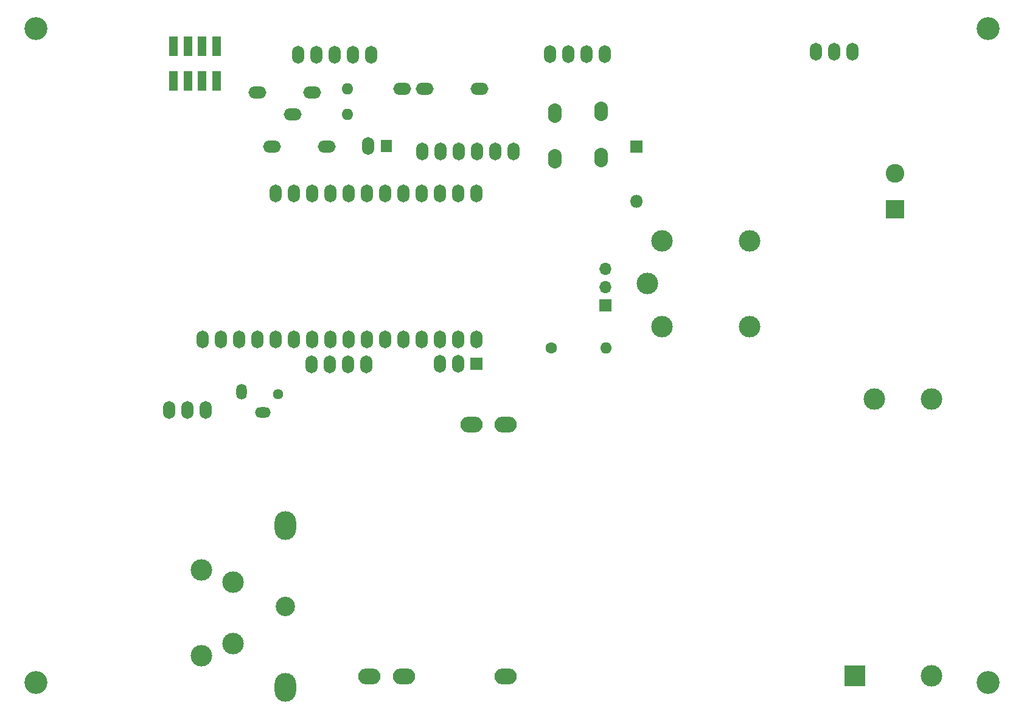
<source format=gbr>
%TF.GenerationSoftware,KiCad,Pcbnew,(7.0.0-0)*%
%TF.CreationDate,2024-05-26T10:43:25+02:00*%
%TF.ProjectId,SwitchFoil,53776974-6368-4466-9f69-6c2e6b696361,rev?*%
%TF.SameCoordinates,Original*%
%TF.FileFunction,Soldermask,Bot*%
%TF.FilePolarity,Negative*%
%FSLAX46Y46*%
G04 Gerber Fmt 4.6, Leading zero omitted, Abs format (unit mm)*
G04 Created by KiCad (PCBNEW (7.0.0-0)) date 2024-05-26 10:43:25*
%MOMM*%
%LPD*%
G01*
G04 APERTURE LIST*
%ADD10O,2.500000X1.700000*%
%ADD11O,1.600000X1.600000*%
%ADD12O,1.904000X2.704000*%
%ADD13O,1.700000X2.500000*%
%ADD14C,1.600000*%
%ADD15C,3.000000*%
%ADD16C,3.200000*%
%ADD17R,3.000000X3.000000*%
%ADD18O,3.100000X2.200000*%
%ADD19R,1.600000X1.700000*%
%ADD20R,2.600000X2.600000*%
%ADD21C,2.600000*%
%ADD22R,1.800000X1.800000*%
%ADD23O,1.800000X1.800000*%
%ADD24R,1.700000X1.700000*%
%ADD25O,1.700000X1.700000*%
%ADD26C,2.700000*%
%ADD27O,3.000000X4.000000*%
%ADD28O,1.440000X2.200000*%
%ADD29O,2.200000X1.440000*%
%ADD30C,1.440000*%
%ADD31R,1.150000X2.700000*%
G04 APERTURE END LIST*
D10*
%TO.C,R10*%
X119340688Y-68002002D03*
D11*
X126960688Y-68002002D03*
%TD*%
D12*
%TO.C,SW2*%
X155799999Y-74222123D03*
X155799999Y-67822123D03*
%TD*%
D13*
%TO.C,U1*%
X144883414Y-79021719D03*
X142343414Y-79021719D03*
X139803414Y-79021719D03*
X137263414Y-79021719D03*
X134723414Y-79021719D03*
X132183414Y-79021719D03*
X129643414Y-79021719D03*
X127103414Y-79021719D03*
X124563414Y-79021719D03*
X122023414Y-79021719D03*
X119483414Y-79021719D03*
X116943414Y-79021719D03*
X144883414Y-99341719D03*
X142343414Y-99341719D03*
X139803414Y-99341719D03*
X137263414Y-99341719D03*
X134723414Y-99341719D03*
X132183414Y-99341719D03*
X129643414Y-99341719D03*
X127103414Y-99341719D03*
X124563414Y-99341719D03*
X122023414Y-99341719D03*
X119483414Y-99341719D03*
X116943414Y-99341719D03*
X114403414Y-99341719D03*
X111863414Y-99341719D03*
X109323414Y-99341719D03*
X106783414Y-99341719D03*
%TD*%
D14*
%TO.C,R13*%
X155290000Y-100500000D03*
D11*
X162909999Y-100499999D03*
%TD*%
D15*
%TO.C,J5*%
X106600000Y-131400000D03*
X106600000Y-143400000D03*
X111000000Y-133150000D03*
X111000000Y-141650000D03*
%TD*%
D13*
%TO.C,JP1*%
X107199999Y-109199999D03*
X104659999Y-109199999D03*
X102119999Y-109199999D03*
%TD*%
D16*
%TO.C,H2*%
X216110599Y-56092000D03*
%TD*%
D13*
%TO.C,J9*%
X129614874Y-102799999D03*
X127074874Y-102799999D03*
X124534874Y-102799999D03*
X121994874Y-102799999D03*
%TD*%
%TO.C,J1*%
X150099999Y-73199999D03*
X147559999Y-73199999D03*
X145019999Y-73199999D03*
X142479999Y-73199999D03*
X139939999Y-73199999D03*
X137399999Y-73199999D03*
%TD*%
D12*
%TO.C,SW1*%
X162299999Y-73999999D03*
X162299999Y-67599999D03*
%TD*%
D17*
%TO.C,PS2*%
X197529999Y-146157499D03*
D15*
X208280000Y-146157500D03*
X208280000Y-107657500D03*
X200280000Y-107657500D03*
%TD*%
D16*
%TO.C,H4*%
X83608000Y-147090624D03*
%TD*%
D18*
%TO.C,T1*%
X148999999Y-146231247D03*
X129999999Y-146231247D03*
X134799999Y-146231247D03*
X148999999Y-111231247D03*
X144199999Y-111231247D03*
%TD*%
D19*
%TO.C,D1*%
X132339999Y-72399999D03*
D13*
X129799999Y-72399999D03*
%TD*%
D15*
%TO.C,K1*%
X168700000Y-91600000D03*
X182900000Y-85600000D03*
X182900000Y-97600000D03*
X170700000Y-97600000D03*
X170700000Y-85600000D03*
%TD*%
D20*
%TO.C,J7*%
X203199999Y-81199999D03*
D21*
X203200000Y-76200000D03*
%TD*%
D10*
%TO.C,R8*%
X134619999Y-64499999D03*
D11*
X126999999Y-64499999D03*
%TD*%
D10*
%TO.C,R7*%
X145309999Y-64499999D03*
X137689999Y-64499999D03*
%TD*%
%TO.C,R9*%
X114399999Y-64999999D03*
X122019999Y-64999999D03*
%TD*%
D22*
%TO.C,D5*%
X167199999Y-72499999D03*
D23*
X167199999Y-80119999D03*
%TD*%
D16*
%TO.C,H3*%
X83608000Y-56092000D03*
%TD*%
D24*
%TO.C,Q2*%
X162899999Y-94579999D03*
D25*
X162899999Y-92039999D03*
X162899999Y-89499999D03*
%TD*%
D26*
%TO.C,F1*%
X118300000Y-136550000D03*
D27*
X118299999Y-147799999D03*
X118299999Y-125299999D03*
%TD*%
D24*
%TO.C,J10*%
X144899999Y-102699999D03*
D13*
X142359999Y-102699999D03*
X139819999Y-102699999D03*
%TD*%
D28*
%TO.C,RV1*%
X112249999Y-106599999D03*
D29*
X115189999Y-109539999D03*
D30*
X117330000Y-107000000D03*
%TD*%
D10*
%TO.C,R1*%
X116499999Y-72499999D03*
X124119999Y-72499999D03*
%TD*%
D16*
%TO.C,H1*%
X216110599Y-147090624D03*
%TD*%
D13*
%TO.C,J4*%
X155189999Y-59683902D03*
X157729999Y-59683902D03*
X160269999Y-59683902D03*
X162809999Y-59683902D03*
%TD*%
D31*
%TO.C,U4*%
X102749999Y-63399999D03*
X104749999Y-63399999D03*
X106749999Y-63399999D03*
X108749999Y-63399999D03*
X108749999Y-58500049D03*
X106749999Y-58500049D03*
X104749999Y-58500049D03*
X102749999Y-58500049D03*
%TD*%
D13*
%TO.C,J8*%
X130223175Y-59693132D03*
X127683175Y-59693132D03*
X125143175Y-59693132D03*
X122603175Y-59693132D03*
X120063175Y-59693132D03*
%TD*%
%TO.C,J3*%
X192194654Y-59315229D03*
X194734654Y-59315229D03*
X197274654Y-59315229D03*
%TD*%
M02*

</source>
